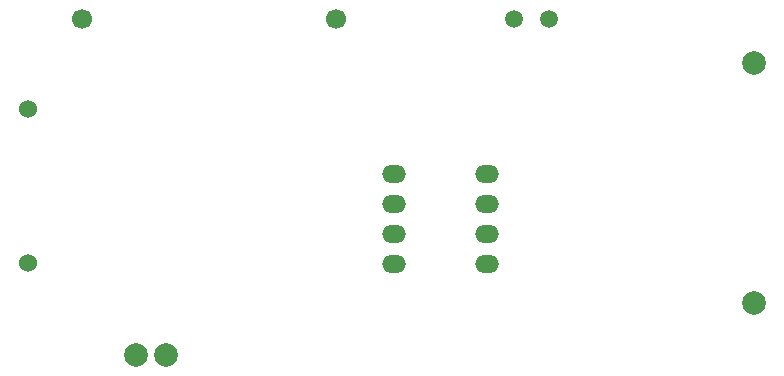
<source format=gbl>
G04 Layer: BottomLayer*
G04 EasyEDA v6.5.22, 2022-12-06 12:39:29*
G04 c6db78ffc0bd48839a298bbcf34fffd3,807727dff0ce494184415f470db24245,10*
G04 Gerber Generator version 0.2*
G04 Scale: 100 percent, Rotated: No, Reflected: No *
G04 Dimensions in millimeters *
G04 leading zeros omitted , absolute positions ,4 integer and 5 decimal *
%FSLAX45Y45*%
%MOMM*%

%ADD10C,2.0000*%
%ADD11C,1.5240*%
%ADD12C,1.5000*%
%ADD13C,1.7000*%
%ADD14O,1.9999959999999999X1.524*%

%LPD*%
D10*
G01*
X7835889Y3008398D03*
G01*
X7835889Y5043396D03*
G01*
X2605498Y2565407D03*
G01*
X2859498Y2565407D03*
D11*
G01*
X1689100Y4650498D03*
G01*
X1689100Y3350501D03*
D12*
G01*
X6106292Y5410205D03*
G01*
X5806292Y5410205D03*
D13*
G01*
X2150795Y5410200D03*
G01*
X4300804Y5410200D03*
D14*
G01*
X4786604Y4102100D03*
G01*
X5576595Y4102100D03*
G01*
X4786604Y3848100D03*
G01*
X5576595Y3848100D03*
G01*
X4786604Y3594100D03*
G01*
X5576595Y3594100D03*
G01*
X4786604Y3340100D03*
G01*
X5576595Y3340100D03*
M02*

</source>
